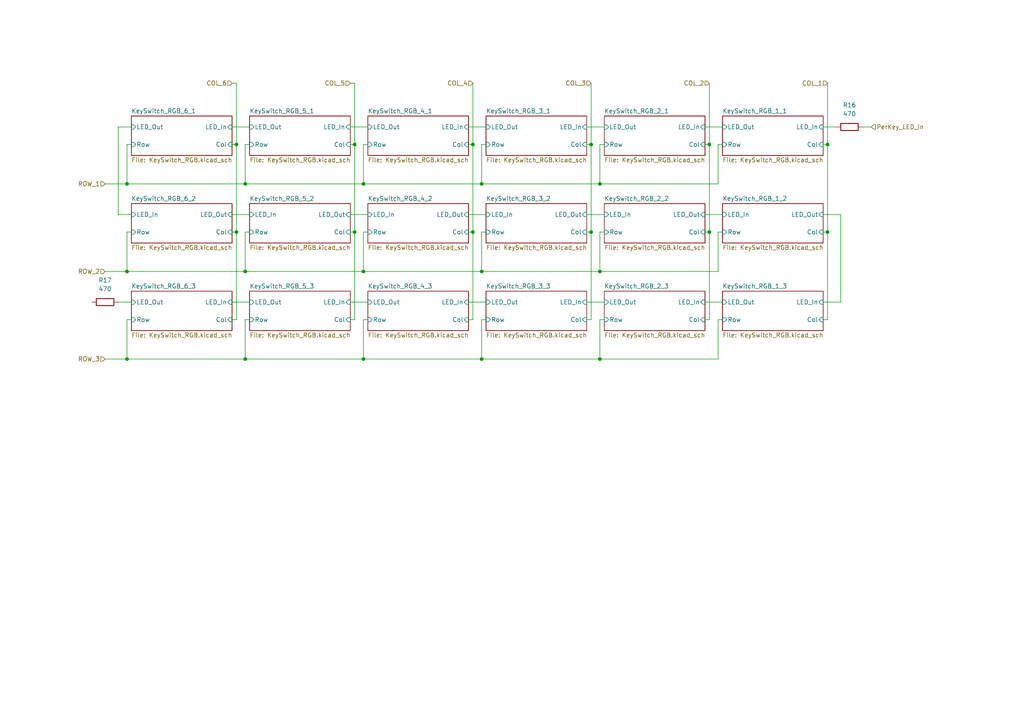
<source format=kicad_sch>
(kicad_sch (version 20231120) (generator "eeschema") (generator_version "8.0")
  (paper "A4")
  (lib_symbols
    (symbol "Device:R" (pin_numbers hide) (pin_names (offset 0))
      (property "Reference" "R" (at 2.032 0 90))
      (property "Value" "R" (at 0 0 90))
      (symbol "R_0_1"
        (rectangle (start -1.016 -2.54) (end 1.016 2.54) (stroke (width 0.254)))
      )
      (symbol "R_1_1"
        (pin passive line (at 0 3.81 270) (length 1.27) (name "~") (number "1"))
        (pin passive line (at 0 -3.81 90) (length 1.27) (name "~") (number "2"))
      )
    )
  )
  (junction (at 105.41 78.74))
  (junction (at 102.87 41.91))
  (junction (at 71.12 53.34))
  (junction (at 71.12 78.74))
  (junction (at 71.12 104.14))
  (junction (at 68.58 41.91))
  (junction (at 171.45 41.91))
  (junction (at 137.16 41.91))
  (junction (at 36.83 104.14))
  (junction (at 105.41 53.34))
  (junction (at 139.7 104.14))
  (junction (at 105.41 104.14))
  (junction (at 36.83 53.34))
  (junction (at 137.16 67.31))
  (junction (at 36.83 78.74))
  (junction (at 139.7 78.74))
  (junction (at 205.74 67.31))
  (junction (at 102.87 67.31))
  (junction (at 139.7 53.34))
  (junction (at 173.99 53.34))
  (junction (at 240.03 41.91))
  (junction (at 173.99 78.74))
  (junction (at 240.03 67.31))
  (junction (at 173.99 104.14))
  (junction (at 205.74 41.91))
  (junction (at 171.45 67.31))
  (junction (at 68.58 67.31))
  (wire (pts (xy 238.76 87.63) (xy 243.84 87.63)))
  (wire (pts (xy 71.12 104.14) (xy 36.83 104.14)))
  (wire (pts (xy 139.7 104.14) (xy 105.41 104.14)))
  (wire (pts (xy 36.83 78.74) (xy 30.48 78.74)))
  (wire (pts (xy 204.47 62.23) (xy 209.55 62.23)))
  (wire (pts (xy 101.6 36.83) (xy 106.68 36.83)))
  (wire (pts (xy 238.76 41.91) (xy 240.03 41.91)))
  (wire (pts (xy 250.19 36.83) (xy 252.73 36.83)))
  (wire (pts (xy 67.31 67.31) (xy 68.58 67.31)))
  (wire (pts (xy 67.31 62.23) (xy 72.39 62.23)))
  (wire (pts (xy 36.83 92.71) (xy 36.83 104.14)))
  (wire (pts (xy 71.12 41.91) (xy 71.12 53.34)))
  (wire (pts (xy 102.87 41.91) (xy 102.87 67.31)))
  (wire (pts (xy 105.41 67.31) (xy 105.41 78.74)))
  (wire (pts (xy 36.83 53.34) (xy 30.48 53.34)))
  (wire (pts (xy 173.99 67.31) (xy 173.99 78.74)))
  (wire (pts (xy 205.74 67.31) (xy 205.74 92.71)))
  (wire (pts (xy 137.16 67.31) (xy 137.16 92.71)))
  (wire (pts (xy 170.18 62.23) (xy 175.26 62.23)))
  (wire (pts (xy 67.31 36.83) (xy 72.39 36.83)))
  (wire (pts (xy 106.68 92.71) (xy 105.41 92.71)))
  (wire (pts (xy 72.39 41.91) (xy 71.12 41.91)))
  (wire (pts (xy 204.47 67.31) (xy 205.74 67.31)))
  (wire (pts (xy 72.39 92.71) (xy 71.12 92.71)))
  (wire (pts (xy 139.7 41.91) (xy 139.7 53.34)))
  (wire (pts (xy 170.18 92.71) (xy 171.45 92.71)))
  (wire (pts (xy 139.7 78.74) (xy 105.41 78.74)))
  (wire (pts (xy 71.12 78.74) (xy 36.83 78.74)))
  (wire (pts (xy 135.89 36.83) (xy 140.97 36.83)))
  (wire (pts (xy 34.29 62.23) (xy 38.1 62.23)))
  (wire (pts (xy 173.99 92.71) (xy 173.99 104.14)))
  (wire (pts (xy 36.83 104.14) (xy 30.48 104.14)))
  (wire (pts (xy 105.41 78.74) (xy 71.12 78.74)))
  (wire (pts (xy 204.47 36.83) (xy 209.55 36.83)))
  (wire (pts (xy 101.6 62.23) (xy 106.68 62.23)))
  (wire (pts (xy 102.87 67.31) (xy 102.87 92.71)))
  (wire (pts (xy 102.87 41.91) (xy 102.87 24.13)))
  (wire (pts (xy 243.84 62.23) (xy 243.84 87.63)))
  (wire (pts (xy 175.26 67.31) (xy 173.99 67.31)))
  (wire (pts (xy 106.68 67.31) (xy 105.41 67.31)))
  (wire (pts (xy 67.31 87.63) (xy 72.39 87.63)))
  (wire (pts (xy 135.89 67.31) (xy 137.16 67.31)))
  (wire (pts (xy 175.26 41.91) (xy 173.99 41.91)))
  (wire (pts (xy 34.29 62.23) (xy 34.29 36.83)))
  (wire (pts (xy 240.03 41.91) (xy 240.03 67.31)))
  (wire (pts (xy 101.6 92.71) (xy 102.87 92.71)))
  (wire (pts (xy 238.76 92.71) (xy 240.03 92.71)))
  (wire (pts (xy 135.89 92.71) (xy 137.16 92.71)))
  (wire (pts (xy 34.29 36.83) (xy 38.1 36.83)))
  (wire (pts (xy 170.18 87.63) (xy 175.26 87.63)))
  (wire (pts (xy 139.7 92.71) (xy 139.7 104.14)))
  (wire (pts (xy 208.28 41.91) (xy 208.28 53.34)))
  (wire (pts (xy 208.28 92.71) (xy 208.28 104.14)))
  (wire (pts (xy 208.28 67.31) (xy 208.28 78.74)))
  (wire (pts (xy 137.16 41.91) (xy 137.16 67.31)))
  (wire (pts (xy 101.6 87.63) (xy 106.68 87.63)))
  (wire (pts (xy 175.26 92.71) (xy 173.99 92.71)))
  (wire (pts (xy 106.68 41.91) (xy 105.41 41.91)))
  (wire (pts (xy 68.58 24.13) (xy 67.31 24.13)))
  (wire (pts (xy 171.45 67.31) (xy 171.45 92.71)))
  (wire (pts (xy 170.18 41.91) (xy 171.45 41.91)))
  (wire (pts (xy 139.7 67.31) (xy 139.7 78.74)))
  (wire (pts (xy 140.97 41.91) (xy 139.7 41.91)))
  (wire (pts (xy 137.16 41.91) (xy 137.16 24.13)))
  (wire (pts (xy 205.74 41.91) (xy 205.74 24.13)))
  (wire (pts (xy 67.31 92.71) (xy 68.58 92.71)))
  (wire (pts (xy 170.18 36.83) (xy 175.26 36.83)))
  (wire (pts (xy 67.31 41.91) (xy 68.58 41.91)))
  (wire (pts (xy 135.89 41.91) (xy 137.16 41.91)))
  (wire (pts (xy 208.28 53.34) (xy 173.99 53.34)))
  (wire (pts (xy 71.12 67.31) (xy 71.12 78.74)))
  (wire (pts (xy 38.1 92.71) (xy 36.83 92.71)))
  (wire (pts (xy 208.28 78.74) (xy 173.99 78.74)))
  (wire (pts (xy 209.55 41.91) (xy 208.28 41.91)))
  (wire (pts (xy 71.12 92.71) (xy 71.12 104.14)))
  (wire (pts (xy 238.76 62.23) (xy 243.84 62.23)))
  (wire (pts (xy 72.39 67.31) (xy 71.12 67.31)))
  (wire (pts (xy 204.47 41.91) (xy 205.74 41.91)))
  (wire (pts (xy 209.55 67.31) (xy 208.28 67.31)))
  (wire (pts (xy 204.47 87.63) (xy 209.55 87.63)))
  (wire (pts (xy 34.29 87.63) (xy 38.1 87.63)))
  (wire (pts (xy 139.7 53.34) (xy 105.41 53.34)))
  (wire (pts (xy 101.6 67.31) (xy 102.87 67.31)))
  (wire (pts (xy 140.97 92.71) (xy 139.7 92.71)))
  (wire (pts (xy 38.1 41.91) (xy 36.83 41.91)))
  (wire (pts (xy 208.28 104.14) (xy 173.99 104.14)))
  (wire (pts (xy 135.89 62.23) (xy 140.97 62.23)))
  (wire (pts (xy 209.55 92.71) (xy 208.28 92.71)))
  (wire (pts (xy 140.97 67.31) (xy 139.7 67.31)))
  (wire (pts (xy 105.41 41.91) (xy 105.41 53.34)))
  (wire (pts (xy 68.58 41.91) (xy 68.58 24.13)))
  (wire (pts (xy 238.76 67.31) (xy 240.03 67.31)))
  (wire (pts (xy 105.41 53.34) (xy 71.12 53.34)))
  (wire (pts (xy 36.83 67.31) (xy 36.83 78.74)))
  (wire (pts (xy 38.1 67.31) (xy 36.83 67.31)))
  (wire (pts (xy 135.89 87.63) (xy 140.97 87.63)))
  (wire (pts (xy 102.87 24.13) (xy 101.6 24.13)))
  (wire (pts (xy 205.74 41.91) (xy 205.74 67.31)))
  (wire (pts (xy 71.12 53.34) (xy 36.83 53.34)))
  (wire (pts (xy 173.99 104.14) (xy 139.7 104.14)))
  (wire (pts (xy 68.58 41.91) (xy 68.58 67.31)))
  (wire (pts (xy 170.18 67.31) (xy 171.45 67.31)))
  (wire (pts (xy 173.99 41.91) (xy 173.99 53.34)))
  (wire (pts (xy 173.99 78.74) (xy 139.7 78.74)))
  (wire (pts (xy 240.03 41.91) (xy 240.03 24.13)))
  (wire (pts (xy 101.6 41.91) (xy 102.87 41.91)))
  (wire (pts (xy 36.83 41.91) (xy 36.83 53.34)))
  (wire (pts (xy 238.76 36.83) (xy 242.57 36.83)))
  (wire (pts (xy 171.45 41.91) (xy 171.45 67.31)))
  (wire (pts (xy 240.03 67.31) (xy 240.03 92.71)))
  (wire (pts (xy 105.41 104.14) (xy 71.12 104.14)))
  (wire (pts (xy 204.47 92.71) (xy 205.74 92.71)))
  (wire (pts (xy 105.41 92.71) (xy 105.41 104.14)))
  (wire (pts (xy 68.58 67.31) (xy 68.58 92.71)))
  (wire (pts (xy 171.45 41.91) (xy 171.45 24.13)))
  (wire (pts (xy 173.99 53.34) (xy 139.7 53.34)))
  (hierarchical_label "PerKey_LED_In" (shape input) (at 252.73 36.83 0))
  (hierarchical_label "ROW_2" (shape input) (at 30.48 78.74 180))
  (hierarchical_label "COL_3" (shape input) (at 171.45 24.13 180))
  (hierarchical_label "COL_5" (shape input) (at 101.6 24.13 180))
  (hierarchical_label "COL_4" (shape input) (at 137.16 24.13 180))
  (hierarchical_label "COL_1" (shape input) (at 240.03 24.13 180))
  (hierarchical_label "COL_2" (shape input) (at 205.74 24.13 180))
  (hierarchical_label "COL_6" (shape input) (at 67.31 24.13 180))
  (hierarchical_label "ROW_3" (shape input) (at 30.48 104.14 180))
  (hierarchical_label "ROW_1" (shape input) (at 30.48 53.34 180))
  (symbol (lib_id "Device:R") (at 246.38 36.83 270) (unit 1)
    (property "Reference" "R16" (at 246.38 30.48 90))
    (property "Value" "470" (at 246.38 33.02 90))
    (property "Footprint" "Resistor_SMD:R_0805_2012Metric_Pad1.20x1.40mm_HandSolder" (effects (hide yes)))
    (property "Description" "Resistor" (effects (hide yes)))
  )
  (symbol (lib_id "Device:R") (at 30.48 87.63 270) (unit 1)
    (property "Reference" "R17" (at 30.48 81.28 90))
    (property "Value" "470" (at 30.48 83.82 90))
    (property "Footprint" "Resistor_SMD:R_0805_2012Metric_Pad1.20x1.40mm_HandSolder" (effects (hide yes)))
    (property "Description" "Resistor" (effects (hide yes)))
  )
  (sheet (at 209.55 33.655) (size 29.21 11.43) (stroke (width 0.1524))
    (property "Sheetname" "KeySwitch_RGB_1_1" (at 209.55 32.9434 0) (effects (justify left bottom)))
    (property "Sheetfile" "KeySwitch_RGB.kicad_sch" (at 209.55 45.6696 0) (effects (justify left top)))
    (pin "LED_In" input (at 238.76 36.83 0))
    (pin "Col" input (at 238.76 41.91 0))
    (pin "LED_Out" input (at 209.55 36.83 180))
    (pin "Row" input (at 209.55 41.91 180))
  )
  (sheet (at 209.55 84.455) (size 29.21 11.43) (stroke (width 0.1524))
    (property "Sheetname" "KeySwitch_RGB_1_3" (at 209.55 83.7434 0) (effects (justify left bottom)))
    (property "Sheetfile" "KeySwitch_RGB.kicad_sch" (at 209.55 96.4696 0) (effects (justify left top)))
    (pin "LED_In" input (at 238.76 87.63 0))
    (pin "Col" input (at 238.76 92.71 0))
    (pin "LED_Out" input (at 209.55 87.63 180))
    (pin "Row" input (at 209.55 92.71 180))
  )
  (sheet (at 38.1 59.055) (size 29.21 11.43) (stroke (width 0.1524))
    (property "Sheetname" "KeySwitch_RGB_6_2" (at 38.1 58.3434 0) (effects (justify left bottom)))
    (property "Sheetfile" "KeySwitch_RGB.kicad_sch" (at 38.1 71.0696 0) (effects (justify left top)))
    (pin "LED_In" input (at 38.1 62.23 180))
    (pin "Col" input (at 67.31 67.31 0))
    (pin "LED_Out" input (at 67.31 62.23 0))
    (pin "Row" input (at 38.1 67.31 180))
  )
  (sheet (at 140.97 84.455) (size 29.21 11.43) (stroke (width 0.1524))
    (property "Sheetname" "KeySwitch_RGB_3_3" (at 140.97 83.7434 0) (effects (justify left bottom)))
    (property "Sheetfile" "KeySwitch_RGB.kicad_sch" (at 140.97 96.4696 0) (effects (justify left top)))
    (pin "LED_In" input (at 170.18 87.63 0))
    (pin "Col" input (at 170.18 92.71 0))
    (pin "LED_Out" input (at 140.97 87.63 180))
    (pin "Row" input (at 140.97 92.71 180))
  )
  (sheet (at 106.68 84.455) (size 29.21 11.43) (stroke (width 0.1524))
    (property "Sheetname" "KeySwitch_RGB_4_3" (at 106.68 83.7434 0) (effects (justify left bottom)))
    (property "Sheetfile" "KeySwitch_RGB.kicad_sch" (at 106.68 96.4696 0) (effects (justify left top)))
    (pin "LED_In" input (at 135.89 87.63 0))
    (pin "Col" input (at 135.89 92.71 0))
    (pin "LED_Out" input (at 106.68 87.63 180))
    (pin "Row" input (at 106.68 92.71 180))
  )
  (sheet (at 209.55 59.055) (size 29.21 11.43) (stroke (width 0.1524))
    (property "Sheetname" "KeySwitch_RGB_1_2" (at 209.55 58.3434 0) (effects (justify left bottom)))
    (property "Sheetfile" "KeySwitch_RGB.kicad_sch" (at 209.55 71.0696 0) (effects (justify left top)))
    (pin "LED_In" input (at 209.55 62.23 180))
    (pin "Col" input (at 238.76 67.31 0))
    (pin "LED_Out" input (at 238.76 62.23 0))
    (pin "Row" input (at 209.55 67.31 180))
  )
  (sheet (at 106.68 33.655) (size 29.21 11.43) (stroke (width 0.1524))
    (property "Sheetname" "KeySwitch_RGB_4_1" (at 106.68 32.9434 0) (effects (justify left bottom)))
    (property "Sheetfile" "KeySwitch_RGB.kicad_sch" (at 106.68 45.6696 0) (effects (justify left top)))
    (pin "LED_In" input (at 135.89 36.83 0))
    (pin "Col" input (at 135.89 41.91 0))
    (pin "LED_Out" input (at 106.68 36.83 180))
    (pin "Row" input (at 106.68 41.91 180))
  )
  (sheet (at 175.26 33.655) (size 29.21 11.43) (stroke (width 0.1524))
    (property "Sheetname" "KeySwitch_RGB_2_1" (at 175.26 32.9434 0) (effects (justify left bottom)))
    (property "Sheetfile" "KeySwitch_RGB.kicad_sch" (at 175.26 45.6696 0) (effects (justify left top)))
    (pin "LED_In" input (at 204.47 36.83 0))
    (pin "Col" input (at 204.47 41.91 0))
    (pin "LED_Out" input (at 175.26 36.83 180))
    (pin "Row" input (at 175.26 41.91 180))
  )
  (sheet (at 175.26 84.455) (size 29.21 11.43) (stroke (width 0.1524))
    (property "Sheetname" "KeySwitch_RGB_2_3" (at 175.26 83.7434 0) (effects (justify left bottom)))
    (property "Sheetfile" "KeySwitch_RGB.kicad_sch" (at 175.26 96.4696 0) (effects (justify left top)))
    (pin "LED_In" input (at 204.47 87.63 0))
    (pin "Col" input (at 204.47 92.71 0))
    (pin "LED_Out" input (at 175.26 87.63 180))
    (pin "Row" input (at 175.26 92.71 180))
  )
  (sheet (at 140.97 59.055) (size 29.21 11.43) (stroke (width 0.1524))
    (property "Sheetname" "KeySwitch_RGB_3_2" (at 140.97 58.3434 0) (effects (justify left bottom)))
    (property "Sheetfile" "KeySwitch_RGB.kicad_sch" (at 140.97 71.0696 0) (effects (justify left top)))
    (pin "LED_In" input (at 140.97 62.23 180))
    (pin "Col" input (at 170.18 67.31 0))
    (pin "LED_Out" input (at 170.18 62.23 0))
    (pin "Row" input (at 140.97 67.31 180))
  )
  (sheet (at 72.39 84.455) (size 29.21 11.43) (stroke (width 0.1524))
    (property "Sheetname" "KeySwitch_RGB_5_3" (at 72.39 83.7434 0) (effects (justify left bottom)))
    (property "Sheetfile" "KeySwitch_RGB.kicad_sch" (at 72.39 96.4696 0) (effects (justify left top)))
    (pin "LED_In" input (at 101.6 87.63 0))
    (pin "Col" input (at 101.6 92.71 0))
    (pin "LED_Out" input (at 72.39 87.63 180))
    (pin "Row" input (at 72.39 92.71 180))
  )
  (sheet (at 175.26 59.055) (size 29.21 11.43) (stroke (width 0.1524))
    (property "Sheetname" "KeySwitch_RGB_2_2" (at 175.26 58.3434 0) (effects (justify left bottom)))
    (property "Sheetfile" "KeySwitch_RGB.kicad_sch" (at 175.26 71.0696 0) (effects (justify left top)))
    (pin "LED_In" input (at 175.26 62.23 180))
    (pin "Col" input (at 204.47 67.31 0))
    (pin "LED_Out" input (at 204.47 62.23 0))
    (pin "Row" input (at 175.26 67.31 180))
  )
  (sheet (at 106.68 59.055) (size 29.21 11.43) (stroke (width 0.1524))
    (property "Sheetname" "KeySwitch_RGB_4_2" (at 106.68 58.3434 0) (effects (justify left bottom)))
    (property "Sheetfile" "KeySwitch_RGB.kicad_sch" (at 106.68 71.0696 0) (effects (justify left top)))
    (pin "LED_In" input (at 106.68 62.23 180))
    (pin "Col" input (at 135.89 67.31 0))
    (pin "LED_Out" input (at 135.89 62.23 0))
    (pin "Row" input (at 106.68 67.31 180))
  )
  (sheet (at 38.1 33.655) (size 29.21 11.43) (stroke (width 0.1524))
    (property "Sheetname" "KeySwitch_RGB_6_1" (at 38.1 32.9434 0) (effects (justify left bottom)))
    (property "Sheetfile" "KeySwitch_RGB.kicad_sch" (at 38.1 45.6696 0) (effects (justify left top)))
    (pin "LED_In" input (at 67.31 36.83 0))
    (pin "Col" input (at 67.31 41.91 0))
    (pin "LED_Out" input (at 38.1 36.83 180))
    (pin "Row" input (at 38.1 41.91 180))
  )
  (sheet (at 72.39 33.655) (size 29.21 11.43) (stroke (width 0.1524))
    (property "Sheetname" "KeySwitch_RGB_5_1" (at 72.39 32.9434 0) (effects (justify left bottom)))
    (property "Sheetfile" "KeySwitch_RGB.kicad_sch" (at 72.39 45.6696 0) (effects (justify left top)))
    (pin "LED_In" input (at 101.6 36.83 0))
    (pin "Col" input (at 101.6 41.91 0))
    (pin "LED_Out" input (at 72.39 36.83 180))
    (pin "Row" input (at 72.39 41.91 180))
  )
  (sheet (at 140.97 33.655) (size 29.21 11.43) (stroke (width 0.1524))
    (property "Sheetname" "KeySwitch_RGB_3_1" (at 140.97 32.9434 0) (effects (justify left bottom)))
    (property "Sheetfile" "KeySwitch_RGB.kicad_sch" (at 140.97 45.6696 0) (effects (justify left top)))
    (pin "LED_In" input (at 170.18 36.83 0))
    (pin "Col" input (at 170.18 41.91 0))
    (pin "LED_Out" input (at 140.97 36.83 180))
    (pin "Row" input (at 140.97 41.91 180))
  )
  (sheet (at 72.39 59.055) (size 29.21 11.43) (stroke (width 0.1524))
    (property "Sheetname" "KeySwitch_RGB_5_2" (at 72.39 58.3434 0) (effects (justify left bottom)))
    (property "Sheetfile" "KeySwitch_RGB.kicad_sch" (at 72.39 71.0696 0) (effects (justify left top)))
    (pin "LED_In" input (at 72.39 62.23 180))
    (pin "Col" input (at 101.6 67.31 0))
    (pin "LED_Out" input (at 101.6 62.23 0))
    (pin "Row" input (at 72.39 67.31 180))
  )
  (sheet (at 38.1 84.455) (size 29.21 11.43) (stroke (width 0.1524))
    (property "Sheetname" "KeySwitch_RGB_6_3" (at 38.1 83.7434 0) (effects (justify left bottom)))
    (property "Sheetfile" "KeySwitch_RGB.kicad_sch" (at 38.1 96.4696 0) (effects (justify left top)))
    (pin "LED_In" input (at 67.31 87.63 0))
    (pin "Col" input (at 67.31 92.71 0))
    (pin "LED_Out" input (at 38.1 87.63 180))
    (pin "Row" input (at 38.1 92.71 180))
  )
)
</source>
